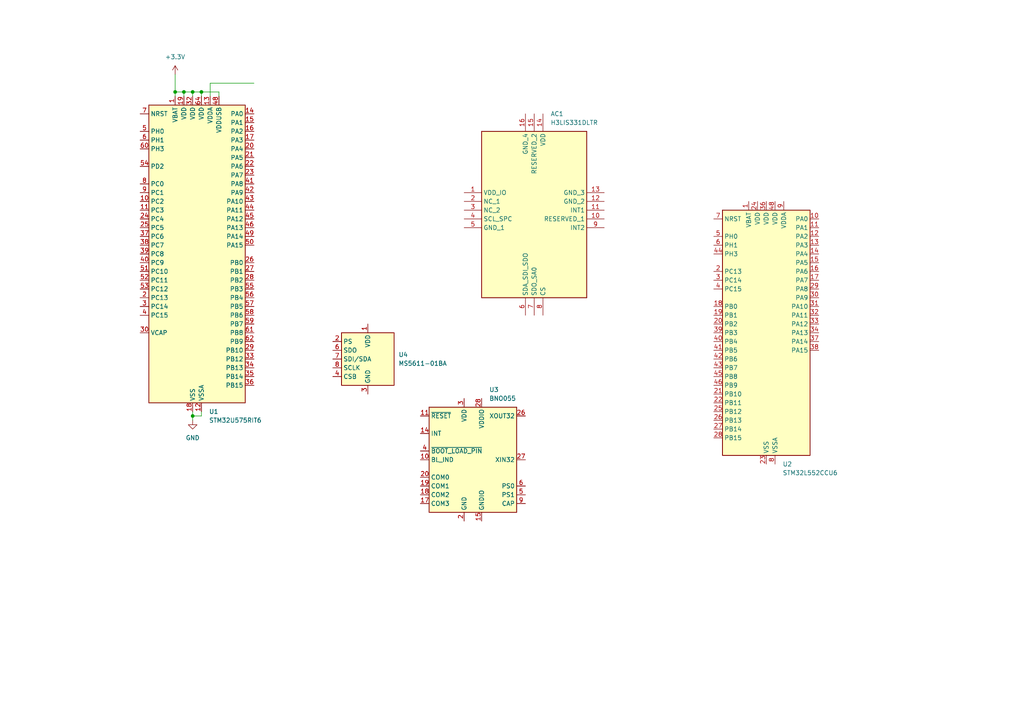
<source format=kicad_sch>
(kicad_sch (version 20230121) (generator eeschema)
  (paper "A4")
  (lib_symbols
    (symbol "H3LIS331DLTR:H3LIS331DLTR"
      (property "Reference" "AC" (at 36.83 22.86 0))
      (property "Value" "H3LIS331DLTR" (at 36.83 20.32 0))
      (symbol "H3LIS331DLTR_1_1"
        (rectangle (start 5.08 17.78) (end 35.56 -30.48) (stroke (width 0.254)) (fill (type background)))
        (pin power_in line (at 0 0 0) (length 5.08) (name "VDD_IO") (number "1"))
        (pin passive line (at 40.64 -7.62 180) (length 5.08) (name "RESERVED_1") (number "10"))
        (pin input line (at 40.64 -5.08 180) (length 5.08) (name "INT1") (number "11"))
        (pin power_in line (at 40.64 -2.54 180) (length 5.08) (name "GND_2") (number "12"))
        (pin power_in line (at 40.64 0 180) (length 5.08) (name "GND_3") (number "13"))
        (pin power_in line (at 22.86 22.86 270) (length 5.08) (name "VDD") (number "14"))
        (pin passive line (at 20.32 22.86 270) (length 5.08) (name "RESERVED_2") (number "15"))
        (pin power_in line (at 17.78 22.86 270) (length 5.08) (name "GND_4") (number "16"))
        (pin passive line (at 0 -2.54 0) (length 5.08) (name "NC_1") (number "2"))
        (pin passive line (at 0 -5.08 0) (length 5.08) (name "NC_2") (number "3"))
        (pin passive line (at 0 -7.62 0) (length 5.08) (name "SCL_SPC") (number "4"))
        (pin power_in line (at 0 -10.16 0) (length 5.08) (name "GND_1") (number "5"))
        (pin passive line (at 17.78 -35.56 90) (length 5.08) (name "SDA_SDI_SDO") (number "6"))
        (pin passive line (at 20.32 -35.56 90) (length 5.08) (name "SDO_SA0") (number "7"))
        (pin input line (at 22.86 -35.56 90) (length 5.08) (name "CS") (number "8"))
        (pin input line (at 40.64 -10.16 180) (length 5.08) (name "INT2") (number "9"))
      )
    )
    (symbol "MCU_ST_STM32L5:STM32L552CCUx"
      (property "Reference" "U" (at -12.7 36.83 0))
      (property "Value" "STM32L552CCUx" (at 7.62 36.83 0))
      (symbol "STM32L552CCUx_0_1"
        (rectangle (start -12.7 -35.56) (end 12.7 35.56) (stroke (width 0.254)) (fill (type background)))
      )
      (symbol "STM32L552CCUx_1_1"
        (pin power_in line (at -5.08 38.1 270) (length 2.54) (name "VBAT") (number "1"))
        (pin bidirectional line (at 15.24 33.02 180) (length 2.54) (name "PA0") (number "10"))
        (pin bidirectional line (at 15.24 30.48 180) (length 2.54) (name "PA1") (number "11"))
        (pin bidirectional line (at 15.24 27.94 180) (length 2.54) (name "PA2") (number "12"))
        (pin bidirectional line (at 15.24 25.4 180) (length 2.54) (name "PA3") (number "13"))
        (pin bidirectional line (at 15.24 22.86 180) (length 2.54) (name "PA4") (number "14"))
        (pin bidirectional line (at 15.24 20.32 180) (length 2.54) (name "PA5") (number "15"))
        (pin bidirectional line (at 15.24 17.78 180) (length 2.54) (name "PA6") (number "16"))
        (pin bidirectional line (at 15.24 15.24 180) (length 2.54) (name "PA7") (number "17"))
        (pin bidirectional line (at -15.24 7.62 0) (length 2.54) (name "PB0") (number "18"))
        (pin bidirectional line (at -15.24 5.08 0) (length 2.54) (name "PB1") (number "19"))
        (pin bidirectional line (at -15.24 17.78 0) (length 2.54) (name "PC13") (number "2"))
        (pin bidirectional line (at -15.24 2.54 0) (length 2.54) (name "PB2") (number "20"))
        (pin bidirectional line (at -15.24 -17.78 0) (length 2.54) (name "PB10") (number "21"))
        (pin bidirectional line (at -15.24 -20.32 0) (length 2.54) (name "PB11") (number "22"))
        (pin power_in line (at 0 -38.1 90) (length 2.54) (name "VSS") (number "23"))
        (pin power_in line (at -2.54 38.1 270) (length 2.54) (name "VDD") (number "24"))
        (pin bidirectional line (at -15.24 -22.86 0) (length 2.54) (name "PB12") (number "25"))
        (pin bidirectional line (at -15.24 -25.4 0) (length 2.54) (name "PB13") (number "26"))
        (pin bidirectional line (at -15.24 -27.94 0) (length 2.54) (name "PB14") (number "27"))
        (pin bidirectional line (at -15.24 -30.48 0) (length 2.54) (name "PB15") (number "28"))
        (pin bidirectional line (at 15.24 12.7 180) (length 2.54) (name "PA8") (number "29"))
        (pin bidirectional line (at -15.24 15.24 0) (length 2.54) (name "PC14") (number "3"))
        (pin bidirectional line (at 15.24 10.16 180) (length 2.54) (name "PA9") (number "30"))
        (pin bidirectional line (at 15.24 7.62 180) (length 2.54) (name "PA10") (number "31"))
        (pin bidirectional line (at 15.24 5.08 180) (length 2.54) (name "PA11") (number "32"))
        (pin bidirectional line (at 15.24 2.54 180) (length 2.54) (name "PA12") (number "33"))
        (pin bidirectional line (at 15.24 0 180) (length 2.54) (name "PA13") (number "34"))
        (pin passive line (at 0 -38.1 90) (length 2.54) hide (name "VSS") (number "35"))
        (pin power_in line (at 0 38.1 270) (length 2.54) (name "VDD") (number "36"))
        (pin bidirectional line (at 15.24 -2.54 180) (length 2.54) (name "PA14") (number "37"))
        (pin bidirectional line (at 15.24 -5.08 180) (length 2.54) (name "PA15") (number "38"))
        (pin bidirectional line (at -15.24 0 0) (length 2.54) (name "PB3") (number "39"))
        (pin bidirectional line (at -15.24 12.7 0) (length 2.54) (name "PC15") (number "4"))
        (pin bidirectional line (at -15.24 -2.54 0) (length 2.54) (name "PB4") (number "40"))
        (pin bidirectional line (at -15.24 -5.08 0) (length 2.54) (name "PB5") (number "41"))
        (pin bidirectional line (at -15.24 -7.62 0) (length 2.54) (name "PB6") (number "42"))
        (pin bidirectional line (at -15.24 -10.16 0) (length 2.54) (name "PB7") (number "43"))
        (pin bidirectional line (at -15.24 22.86 0) (length 2.54) (name "PH3") (number "44"))
        (pin bidirectional line (at -15.24 -12.7 0) (length 2.54) (name "PB8") (number "45"))
        (pin bidirectional line (at -15.24 -15.24 0) (length 2.54) (name "PB9") (number "46"))
        (pin passive line (at 0 -38.1 90) (length 2.54) hide (name "VSS") (number "47"))
        (pin power_in line (at 2.54 38.1 270) (length 2.54) (name "VDD") (number "48"))
        (pin passive line (at 0 -38.1 90) (length 2.54) hide (name "VSS") (number "49"))
        (pin bidirectional line (at -15.24 27.94 0) (length 2.54) (name "PH0") (number "5"))
        (pin bidirectional line (at -15.24 25.4 0) (length 2.54) (name "PH1") (number "6"))
        (pin input line (at -15.24 33.02 0) (length 2.54) (name "NRST") (number "7"))
        (pin power_in line (at 2.54 -38.1 90) (length 2.54) (name "VSSA") (number "8"))
        (pin power_in line (at 5.08 38.1 270) (length 2.54) (name "VDDA") (number "9"))
      )
    )
    (symbol "MCU_ST_STM32U5:STM32U575RITx"
      (property "Reference" "U" (at -12.7 44.45 0))
      (property "Value" "STM32U575RITx" (at 10.16 44.45 0))
      (symbol "STM32U575RITx_0_1"
        (rectangle (start -12.7 -43.18) (end 15.24 43.18) (stroke (width 0.254)) (fill (type background)))
      )
      (symbol "STM32U575RITx_1_1"
        (pin power_in line (at -5.08 45.72 270) (length 2.54) (name "VBAT") (number "1"))
        (pin bidirectional line (at -15.24 15.24 0) (length 2.54) (name "PC2") (number "10"))
        (pin bidirectional line (at -15.24 12.7 0) (length 2.54) (name "PC3") (number "11"))
        (pin power_in line (at 2.54 -45.72 90) (length 2.54) (name "VSSA") (number "12"))
        (pin power_in line (at 5.08 45.72 270) (length 2.54) (name "VDDA") (number "13"))
        (pin bidirectional line (at 17.78 40.64 180) (length 2.54) (name "PA0") (number "14"))
        (pin bidirectional line (at 17.78 38.1 180) (length 2.54) (name "PA1") (number "15"))
        (pin bidirectional line (at 17.78 35.56 180) (length 2.54) (name "PA2") (number "16"))
        (pin bidirectional line (at 17.78 33.02 180) (length 2.54) (name "PA3") (number "17"))
        (pin power_in line (at 0 -45.72 90) (length 2.54) (name "VSS") (number "18"))
        (pin power_in line (at -2.54 45.72 270) (length 2.54) (name "VDD") (number "19"))
        (pin bidirectional line (at -15.24 -12.7 0) (length 2.54) (name "PC13") (number "2"))
        (pin bidirectional line (at 17.78 30.48 180) (length 2.54) (name "PA4") (number "20"))
        (pin bidirectional line (at 17.78 27.94 180) (length 2.54) (name "PA5") (number "21"))
        (pin bidirectional line (at 17.78 25.4 180) (length 2.54) (name "PA6") (number "22"))
        (pin bidirectional line (at 17.78 22.86 180) (length 2.54) (name "PA7") (number "23"))
        (pin bidirectional line (at -15.24 10.16 0) (length 2.54) (name "PC4") (number "24"))
        (pin bidirectional line (at -15.24 7.62 0) (length 2.54) (name "PC5") (number "25"))
        (pin bidirectional line (at 17.78 -2.54 180) (length 2.54) (name "PB0") (number "26"))
        (pin bidirectional line (at 17.78 -5.08 180) (length 2.54) (name "PB1") (number "27"))
        (pin bidirectional line (at 17.78 -7.62 180) (length 2.54) (name "PB2") (number "28"))
        (pin bidirectional line (at 17.78 -27.94 180) (length 2.54) (name "PB10") (number "29"))
        (pin bidirectional line (at -15.24 -15.24 0) (length 2.54) (name "PC14") (number "3"))
        (pin power_out line (at -15.24 -22.86 0) (length 2.54) (name "VCAP") (number "30"))
        (pin passive line (at 0 -45.72 90) (length 2.54) hide (name "VSS") (number "31"))
        (pin power_in line (at 0 45.72 270) (length 2.54) (name "VDD") (number "32"))
        (pin bidirectional line (at 17.78 -30.48 180) (length 2.54) (name "PB12") (number "33"))
        (pin bidirectional line (at 17.78 -33.02 180) (length 2.54) (name "PB13") (number "34"))
        (pin bidirectional line (at 17.78 -35.56 180) (length 2.54) (name "PB14") (number "35"))
        (pin bidirectional line (at 17.78 -38.1 180) (length 2.54) (name "PB15") (number "36"))
        (pin bidirectional line (at -15.24 5.08 0) (length 2.54) (name "PC6") (number "37"))
        (pin bidirectional line (at -15.24 2.54 0) (length 2.54) (name "PC7") (number "38"))
        (pin bidirectional line (at -15.24 0 0) (length 2.54) (name "PC8") (number "39"))
        (pin bidirectional line (at -15.24 -17.78 0) (length 2.54) (name "PC15") (number "4"))
        (pin bidirectional line (at -15.24 -2.54 0) (length 2.54) (name "PC9") (number "40"))
        (pin bidirectional line (at 17.78 20.32 180) (length 2.54) (name "PA8") (number "41"))
        (pin bidirectional line (at 17.78 17.78 180) (length 2.54) (name "PA9") (number "42"))
        (pin bidirectional line (at 17.78 15.24 180) (length 2.54) (name "PA10") (number "43"))
        (pin bidirectional line (at 17.78 12.7 180) (length 2.54) (name "PA11") (number "44"))
        (pin bidirectional line (at 17.78 10.16 180) (length 2.54) (name "PA12") (number "45"))
        (pin bidirectional line (at 17.78 7.62 180) (length 2.54) (name "PA13") (number "46"))
        (pin passive line (at 0 -45.72 90) (length 2.54) hide (name "VSS") (number "47"))
        (pin power_in line (at 7.62 45.72 270) (length 2.54) (name "VDDUSB") (number "48"))
        (pin bidirectional line (at 17.78 5.08 180) (length 2.54) (name "PA14") (number "49"))
        (pin bidirectional line (at -15.24 35.56 0) (length 2.54) (name "PH0") (number "5"))
        (pin bidirectional line (at 17.78 2.54 180) (length 2.54) (name "PA15") (number "50"))
        (pin bidirectional line (at -15.24 -5.08 0) (length 2.54) (name "PC10") (number "51"))
        (pin bidirectional line (at -15.24 -7.62 0) (length 2.54) (name "PC11") (number "52"))
        (pin bidirectional line (at -15.24 -10.16 0) (length 2.54) (name "PC12") (number "53"))
        (pin bidirectional line (at -15.24 25.4 0) (length 2.54) (name "PD2") (number "54"))
        (pin bidirectional line (at 17.78 -10.16 180) (length 2.54) (name "PB3") (number "55"))
        (pin bidirectional line (at 17.78 -12.7 180) (length 2.54) (name "PB4") (number "56"))
        (pin bidirectional line (at 17.78 -15.24 180) (length 2.54) (name "PB5") (number "57"))
        (pin bidirectional line (at 17.78 -17.78 180) (length 2.54) (name "PB6") (number "58"))
        (pin bidirectional line (at 17.78 -20.32 180) (length 2.54) (name "PB7") (number "59"))
        (pin bidirectional line (at -15.24 33.02 0) (length 2.54) (name "PH1") (number "6"))
        (pin bidirectional line (at -15.24 30.48 0) (length 2.54) (name "PH3") (number "60"))
        (pin bidirectional line (at 17.78 -22.86 180) (length 2.54) (name "PB8") (number "61"))
        (pin bidirectional line (at 17.78 -25.4 180) (length 2.54) (name "PB9") (number "62"))
        (pin passive line (at 0 -45.72 90) (length 2.54) hide (name "VSS") (number "63"))
        (pin power_in line (at 2.54 45.72 270) (length 2.54) (name "VDD") (number "64"))
        (pin input line (at -15.24 40.64 0) (length 2.54) (name "NRST") (number "7"))
        (pin bidirectional line (at -15.24 20.32 0) (length 2.54) (name "PC0") (number "8"))
        (pin bidirectional line (at -15.24 17.78 0) (length 2.54) (name "PC1") (number "9"))
      )
    )
    (symbol "Sensor_Motion:BNO055"
      (property "Reference" "U" (at -11.43 16.51 0))
      (property "Value" "BNO055" (at 12.7 16.51 0))
      (symbol "BNO055_0_1"
        (rectangle (start -12.7 15.24) (end 12.7 -15.24) (stroke (width 0.254)) (fill (type background)))
      )
      (symbol "BNO055_1_1"
        (pin no_connect line (at -12.7 10.16 0) (length 2.54) hide (name "PIN1") (number "1"))
        (pin output line (at -15.24 0 0) (length 2.54) (name "BL_IND") (number "10"))
        (pin input line (at -15.24 12.7 0) (length 2.54) (name "~{RESET}") (number "11"))
        (pin no_connect line (at 12.7 10.16 180) (length 2.54) hide (name "PIN12") (number "12"))
        (pin no_connect line (at 12.7 7.62 180) (length 2.54) hide (name "PIN13") (number "13"))
        (pin output line (at -15.24 7.62 0) (length 2.54) (name "INT") (number "14"))
        (pin power_in line (at 2.54 -17.78 90) (length 2.54) (name "GNDIO") (number "15"))
        (pin passive line (at 2.54 -17.78 90) (length 2.54) hide (name "GNDIO") (number "16"))
        (pin input line (at -15.24 -12.7 0) (length 2.54) (name "COM3") (number "17"))
        (pin passive line (at -15.24 -10.16 0) (length 2.54) (name "COM2") (number "18"))
        (pin bidirectional line (at -15.24 -7.62 0) (length 2.54) (name "COM1") (number "19"))
        (pin power_in line (at -2.54 -17.78 90) (length 2.54) (name "GND") (number "2"))
        (pin bidirectional line (at -15.24 -5.08 0) (length 2.54) (name "COM0") (number "20"))
        (pin no_connect line (at 12.7 5.08 180) (length 2.54) hide (name "PIN21") (number "21"))
        (pin no_connect line (at 12.7 2.54 180) (length 2.54) hide (name "PIN22") (number "22"))
        (pin no_connect line (at 12.7 -2.54 180) (length 2.54) hide (name "PIN23") (number "23"))
        (pin no_connect line (at 12.7 -5.08 180) (length 2.54) hide (name "PIN24") (number "24"))
        (pin passive line (at 2.54 -17.78 90) (length 2.54) hide (name "GNDIO") (number "25"))
        (pin output line (at 15.24 12.7 180) (length 2.54) (name "XOUT32") (number "26"))
        (pin input line (at 15.24 0 180) (length 2.54) (name "XIN32") (number "27"))
        (pin power_in line (at 2.54 17.78 270) (length 2.54) (name "VDDIO") (number "28"))
        (pin power_in line (at -2.54 17.78 270) (length 2.54) (name "VDD") (number "3"))
        (pin input line (at -15.24 2.54 0) (length 2.54) (name "~{BOOT_LOAD_PIN}") (number "4"))
        (pin input line (at 15.24 -10.16 180) (length 2.54) (name "PS1") (number "5"))
        (pin input line (at 15.24 -7.62 180) (length 2.54) (name "PS0") (number "6"))
        (pin no_connect line (at -12.7 5.08 0) (length 2.54) hide (name "PIN7") (number "7"))
        (pin no_connect line (at -12.7 -2.54 0) (length 2.54) hide (name "PIN8") (number "8"))
        (pin passive line (at 15.24 -12.7 180) (length 2.54) (name "CAP") (number "9"))
      )
    )
    (symbol "Sensor_Pressure:MS5611-01BA"
      (property "Reference" "U" (at -6.35 8.89 0))
      (property "Value" "MS5611-01BA" (at 7.62 8.89 0))
      (symbol "MS5611-01BA_0_1"
        (rectangle (start -7.62 7.62) (end 7.62 -7.62) (stroke (width 0.254)) (fill (type background)))
      )
      (symbol "MS5611-01BA_1_1"
        (pin power_in line (at 0 10.16 270) (length 2.54) (name "VDD") (number "1"))
        (pin input line (at -10.16 5.08 0) (length 2.54) (name "PS") (number "2"))
        (pin power_in line (at 0 -10.16 90) (length 2.54) (name "GND") (number "3"))
        (pin input line (at -10.16 -5.08 0) (length 2.54) (name "CSB") (number "4"))
        (pin input line (at -10.16 -5.08 0) (length 2.54) hide (name "CSB") (number "5"))
        (pin output line (at -10.16 2.54 0) (length 2.54) (name "SDO") (number "6"))
        (pin bidirectional line (at -10.16 0 0) (length 2.54) (name "SDI/SDA") (number "7"))
        (pin input line (at -10.16 -2.54 0) (length 2.54) (name "SCLK") (number "8"))
      )
    )
    (symbol "power:+3.3V" (power) (pin_names (offset 0))
      (property "Value" "+3.3V" (at 0 3.556 0))
      (symbol "+3.3V_0_1"
        (polyline (pts (xy -0.762 1.27) (xy 0 2.54)))
        (polyline (pts (xy 0 0) (xy 0 2.54)))
        (polyline (pts (xy 0 2.54) (xy 0.762 1.27)))
      )
      (symbol "+3.3V_1_1"
        (pin power_in line (at 0 0 90) (length 0) hide (name "+3.3V") (number "1"))
      )
    )
    (symbol "power:GND" (power) (pin_names (offset 0))
      (property "Value" "GND" (at 0 -3.81 0))
      (symbol "GND_0_1"
        (polyline (pts (xy 0 0) (xy 0 -1.27) (xy 1.27 -1.27) (xy 0 -2.54) (xy -1.27 -1.27) (xy 0 -1.27)))
      )
      (symbol "GND_1_1"
        (pin power_in line (at 0 0 270) (length 0) hide (name "GND") (number "1"))
      )
    )
  )
  (junction (at 50.8 26.67))
  (junction (at 58.42 26.67))
  (junction (at 55.88 26.67))
  (junction (at 53.34 26.67))
  (junction (at 55.88 120.65))
  (wire (pts (xy 58.42 26.67) (xy 55.88 26.67)))
  (wire (pts (xy 63.5 26.67) (xy 58.42 26.67)))
  (wire (pts (xy 58.42 27.94) (xy 58.42 26.67)))
  (wire (pts (xy 58.42 120.65) (xy 55.88 120.65)))
  (wire (pts (xy 53.34 26.67) (xy 53.34 27.94)))
  (wire (pts (xy 50.8 21.59) (xy 50.8 26.67)))
  (wire (pts (xy 60.96 27.94) (xy 60.96 24.13)))
  (wire (pts (xy 55.88 120.65) (xy 55.88 121.92)))
  (wire (pts (xy 60.96 24.13) (xy 73.66 24.13)))
  (wire (pts (xy 53.34 26.67) (xy 50.8 26.67)))
  (wire (pts (xy 58.42 119.38) (xy 58.42 120.65)))
  (wire (pts (xy 63.5 27.94) (xy 63.5 26.67)))
  (wire (pts (xy 55.88 120.65) (xy 55.88 119.38)))
  (wire (pts (xy 50.8 26.67) (xy 50.8 27.94)))
  (wire (pts (xy 55.88 26.67) (xy 53.34 26.67)))
  (wire (pts (xy 55.88 26.67) (xy 55.88 27.94)))
  (symbol (lib_id "power:GND") (at 55.88 121.92 0) (unit 1)
    (property "Reference" "#PWR02" (effects hide))
    (property "Value" "GND" (at 55.88 127 0))
  )
  (symbol (lib_id "Sensor_Motion:BNO055") (at 137.16 133.35 0) (unit 1)
    (property "Reference" "U3" (at 141.8941 113.03 0) (effects (justify left)))
    (property "Value" "BNO055" (at 141.8941 115.57 0) (effects (justify left)))
    (property "Footprint" "Package_LGA:LGA-28_5.2x3.8mm_P0.5mm" (effects hide))
    (property "Datasheet" "https://www.bosch-sensortec.com/media/boschsensortec/downloads/datasheets/bst-bno055-ds000.pdf" (effects hide))
  )
  (symbol (lib_id "Sensor_Pressure:MS5611-01BA") (at 106.68 104.14 0) (unit 1)
    (property "Reference" "U4" (at 115.57 102.87 0) (effects (justify left)))
    (property "Value" "MS5611-01BA" (at 115.57 105.41 0) (effects (justify left)))
    (property "Footprint" "Package_LGA:LGA-8_3x5mm_P1.25mm" (effects hide))
    (property "Datasheet" "https://www.te.com/commerce/DocumentDelivery/DDEController?Action=srchrtrv&DocNm=MS5611-01BA03&DocType=Data+Sheet&DocLang=English" (effects hide))
  )
  (symbol (lib_id "MCU_ST_STM32L5:STM32L552CCUx") (at 222.25 96.52 0) (unit 1)
    (property "Reference" "U2" (at 226.9841 134.62 0) (effects (justify left)))
    (property "Value" "STM32L552CCU6" (at 226.9841 137.16 0) (effects (justify left)))
    (property "Footprint" "Package_DFN_QFN:QFN-48-1EP_7x7mm_P0.5mm_EP5.6x5.6mm" (effects hide))
    (property "Datasheet" "https://www.st.com/resource/en/datasheet/stm32l552cc.pdf" (effects hide))
  )
  (symbol (lib_id "H3LIS331DLTR:H3LIS331DLTR") (at 134.62 55.88 0) (unit 1)
    (property "Reference" "AC1" (at 159.6741 33.02 0) (effects (justify left)))
    (property "Value" "H3LIS331DLTR" (at 159.6741 35.56 0) (effects (justify left)))
    (property "Footprint" "LIS3DHTR" (effects hide))
    (property "Datasheet" "http://www.st.com/st-web-ui/static/active/en/resource/technical/document/datasheet/DM00053090.pdf" (effects hide))
    (property "Height" "1" (effects hide))
    (property "Manufacturer_Name" "STMicroelectronics" (effects hide))
    (property "Manufacturer_Part_Number" "H3LIS331DLTR" (effects hide))
    (property "Mouser Part Number" "511-H3LIS331DLTR" (effects hide))
    (property "Mouser Price/Stock" "https://www.mouser.co.uk/ProductDetail/STMicroelectronics/H3LIS331DLTR?qs=TAo1I7FhABsAZFqkqNUSRA%3D%3D" (effects hide))
    (property "Arrow Part Number" "H3LIS331DLTR" (effects hide))
    (property "Arrow Price/Stock" "https://www.arrow.com/en/products/h3lis331dltr/stmicroelectronics?region=nac" (effects hide))
  )
  (symbol (lib_id "power:+3.3V") (at 50.8 21.59 0) (unit 1)
    (property "Reference" "#PWR01" (effects hide))
    (property "Value" "+3.3V" (at 50.8 16.51 0))
  )
  (symbol (lib_id "MCU_ST_STM32U5:STM32U575RITx") (at 55.88 73.66 0) (unit 1)
    (property "Reference" "U1" (at 60.6141 119.38 0) (effects (justify left)))
    (property "Value" "STM32U575RIT6" (at 60.6141 121.92 0) (effects (justify left)))
    (property "Footprint" "Package_QFP:LQFP-64_10x10mm_P0.5mm" (effects hide))
    (property "Datasheet" "https://www.st.com/resource/en/datasheet/stm32u575ri.pdf" (effects hide))
  )
)
</source>
